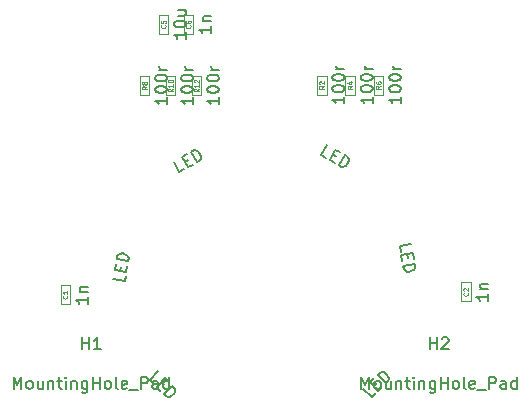
<source format=gbr>
G04 #@! TF.GenerationSoftware,KiCad,Pcbnew,7.0.2*
G04 #@! TF.CreationDate,2023-08-16T09:20:42-04:00*
G04 #@! TF.ProjectId,Foras Promineo CLR PCB,466f7261-7320-4507-926f-6d696e656f20,rev?*
G04 #@! TF.SameCoordinates,PX4c4b400PY543a756*
G04 #@! TF.FileFunction,AssemblyDrawing,Top*
%FSLAX46Y46*%
G04 Gerber Fmt 4.6, Leading zero omitted, Abs format (unit mm)*
G04 Created by KiCad (PCBNEW 7.0.2) date 2023-08-16 09:20:42*
%MOMM*%
%LPD*%
G01*
G04 APERTURE LIST*
%ADD10C,0.150000*%
%ADD11C,0.060000*%
%ADD12C,0.100000*%
G04 APERTURE END LIST*
D10*
G04 #@! TO.C,H2*
X8158571Y-8942619D02*
X8158571Y-7942619D01*
X8158571Y-7942619D02*
X8491904Y-8656904D01*
X8491904Y-8656904D02*
X8825237Y-7942619D01*
X8825237Y-7942619D02*
X8825237Y-8942619D01*
X9444285Y-8942619D02*
X9349047Y-8895000D01*
X9349047Y-8895000D02*
X9301428Y-8847380D01*
X9301428Y-8847380D02*
X9253809Y-8752142D01*
X9253809Y-8752142D02*
X9253809Y-8466428D01*
X9253809Y-8466428D02*
X9301428Y-8371190D01*
X9301428Y-8371190D02*
X9349047Y-8323571D01*
X9349047Y-8323571D02*
X9444285Y-8275952D01*
X9444285Y-8275952D02*
X9587142Y-8275952D01*
X9587142Y-8275952D02*
X9682380Y-8323571D01*
X9682380Y-8323571D02*
X9729999Y-8371190D01*
X9729999Y-8371190D02*
X9777618Y-8466428D01*
X9777618Y-8466428D02*
X9777618Y-8752142D01*
X9777618Y-8752142D02*
X9729999Y-8847380D01*
X9729999Y-8847380D02*
X9682380Y-8895000D01*
X9682380Y-8895000D02*
X9587142Y-8942619D01*
X9587142Y-8942619D02*
X9444285Y-8942619D01*
X10634761Y-8275952D02*
X10634761Y-8942619D01*
X10206190Y-8275952D02*
X10206190Y-8799761D01*
X10206190Y-8799761D02*
X10253809Y-8895000D01*
X10253809Y-8895000D02*
X10349047Y-8942619D01*
X10349047Y-8942619D02*
X10491904Y-8942619D01*
X10491904Y-8942619D02*
X10587142Y-8895000D01*
X10587142Y-8895000D02*
X10634761Y-8847380D01*
X11110952Y-8275952D02*
X11110952Y-8942619D01*
X11110952Y-8371190D02*
X11158571Y-8323571D01*
X11158571Y-8323571D02*
X11253809Y-8275952D01*
X11253809Y-8275952D02*
X11396666Y-8275952D01*
X11396666Y-8275952D02*
X11491904Y-8323571D01*
X11491904Y-8323571D02*
X11539523Y-8418809D01*
X11539523Y-8418809D02*
X11539523Y-8942619D01*
X11872857Y-8275952D02*
X12253809Y-8275952D01*
X12015714Y-7942619D02*
X12015714Y-8799761D01*
X12015714Y-8799761D02*
X12063333Y-8895000D01*
X12063333Y-8895000D02*
X12158571Y-8942619D01*
X12158571Y-8942619D02*
X12253809Y-8942619D01*
X12587143Y-8942619D02*
X12587143Y-8275952D01*
X12587143Y-7942619D02*
X12539524Y-7990238D01*
X12539524Y-7990238D02*
X12587143Y-8037857D01*
X12587143Y-8037857D02*
X12634762Y-7990238D01*
X12634762Y-7990238D02*
X12587143Y-7942619D01*
X12587143Y-7942619D02*
X12587143Y-8037857D01*
X13063333Y-8275952D02*
X13063333Y-8942619D01*
X13063333Y-8371190D02*
X13110952Y-8323571D01*
X13110952Y-8323571D02*
X13206190Y-8275952D01*
X13206190Y-8275952D02*
X13349047Y-8275952D01*
X13349047Y-8275952D02*
X13444285Y-8323571D01*
X13444285Y-8323571D02*
X13491904Y-8418809D01*
X13491904Y-8418809D02*
X13491904Y-8942619D01*
X14396666Y-8275952D02*
X14396666Y-9085476D01*
X14396666Y-9085476D02*
X14349047Y-9180714D01*
X14349047Y-9180714D02*
X14301428Y-9228333D01*
X14301428Y-9228333D02*
X14206190Y-9275952D01*
X14206190Y-9275952D02*
X14063333Y-9275952D01*
X14063333Y-9275952D02*
X13968095Y-9228333D01*
X14396666Y-8895000D02*
X14301428Y-8942619D01*
X14301428Y-8942619D02*
X14110952Y-8942619D01*
X14110952Y-8942619D02*
X14015714Y-8895000D01*
X14015714Y-8895000D02*
X13968095Y-8847380D01*
X13968095Y-8847380D02*
X13920476Y-8752142D01*
X13920476Y-8752142D02*
X13920476Y-8466428D01*
X13920476Y-8466428D02*
X13968095Y-8371190D01*
X13968095Y-8371190D02*
X14015714Y-8323571D01*
X14015714Y-8323571D02*
X14110952Y-8275952D01*
X14110952Y-8275952D02*
X14301428Y-8275952D01*
X14301428Y-8275952D02*
X14396666Y-8323571D01*
X14872857Y-8942619D02*
X14872857Y-7942619D01*
X14872857Y-8418809D02*
X15444285Y-8418809D01*
X15444285Y-8942619D02*
X15444285Y-7942619D01*
X16063333Y-8942619D02*
X15968095Y-8895000D01*
X15968095Y-8895000D02*
X15920476Y-8847380D01*
X15920476Y-8847380D02*
X15872857Y-8752142D01*
X15872857Y-8752142D02*
X15872857Y-8466428D01*
X15872857Y-8466428D02*
X15920476Y-8371190D01*
X15920476Y-8371190D02*
X15968095Y-8323571D01*
X15968095Y-8323571D02*
X16063333Y-8275952D01*
X16063333Y-8275952D02*
X16206190Y-8275952D01*
X16206190Y-8275952D02*
X16301428Y-8323571D01*
X16301428Y-8323571D02*
X16349047Y-8371190D01*
X16349047Y-8371190D02*
X16396666Y-8466428D01*
X16396666Y-8466428D02*
X16396666Y-8752142D01*
X16396666Y-8752142D02*
X16349047Y-8847380D01*
X16349047Y-8847380D02*
X16301428Y-8895000D01*
X16301428Y-8895000D02*
X16206190Y-8942619D01*
X16206190Y-8942619D02*
X16063333Y-8942619D01*
X16968095Y-8942619D02*
X16872857Y-8895000D01*
X16872857Y-8895000D02*
X16825238Y-8799761D01*
X16825238Y-8799761D02*
X16825238Y-7942619D01*
X17730000Y-8895000D02*
X17634762Y-8942619D01*
X17634762Y-8942619D02*
X17444286Y-8942619D01*
X17444286Y-8942619D02*
X17349048Y-8895000D01*
X17349048Y-8895000D02*
X17301429Y-8799761D01*
X17301429Y-8799761D02*
X17301429Y-8418809D01*
X17301429Y-8418809D02*
X17349048Y-8323571D01*
X17349048Y-8323571D02*
X17444286Y-8275952D01*
X17444286Y-8275952D02*
X17634762Y-8275952D01*
X17634762Y-8275952D02*
X17730000Y-8323571D01*
X17730000Y-8323571D02*
X17777619Y-8418809D01*
X17777619Y-8418809D02*
X17777619Y-8514047D01*
X17777619Y-8514047D02*
X17301429Y-8609285D01*
X17968096Y-9037857D02*
X18730000Y-9037857D01*
X18968096Y-8942619D02*
X18968096Y-7942619D01*
X18968096Y-7942619D02*
X19349048Y-7942619D01*
X19349048Y-7942619D02*
X19444286Y-7990238D01*
X19444286Y-7990238D02*
X19491905Y-8037857D01*
X19491905Y-8037857D02*
X19539524Y-8133095D01*
X19539524Y-8133095D02*
X19539524Y-8275952D01*
X19539524Y-8275952D02*
X19491905Y-8371190D01*
X19491905Y-8371190D02*
X19444286Y-8418809D01*
X19444286Y-8418809D02*
X19349048Y-8466428D01*
X19349048Y-8466428D02*
X18968096Y-8466428D01*
X20396667Y-8942619D02*
X20396667Y-8418809D01*
X20396667Y-8418809D02*
X20349048Y-8323571D01*
X20349048Y-8323571D02*
X20253810Y-8275952D01*
X20253810Y-8275952D02*
X20063334Y-8275952D01*
X20063334Y-8275952D02*
X19968096Y-8323571D01*
X20396667Y-8895000D02*
X20301429Y-8942619D01*
X20301429Y-8942619D02*
X20063334Y-8942619D01*
X20063334Y-8942619D02*
X19968096Y-8895000D01*
X19968096Y-8895000D02*
X19920477Y-8799761D01*
X19920477Y-8799761D02*
X19920477Y-8704523D01*
X19920477Y-8704523D02*
X19968096Y-8609285D01*
X19968096Y-8609285D02*
X20063334Y-8561666D01*
X20063334Y-8561666D02*
X20301429Y-8561666D01*
X20301429Y-8561666D02*
X20396667Y-8514047D01*
X21301429Y-8942619D02*
X21301429Y-7942619D01*
X21301429Y-8895000D02*
X21206191Y-8942619D01*
X21206191Y-8942619D02*
X21015715Y-8942619D01*
X21015715Y-8942619D02*
X20920477Y-8895000D01*
X20920477Y-8895000D02*
X20872858Y-8847380D01*
X20872858Y-8847380D02*
X20825239Y-8752142D01*
X20825239Y-8752142D02*
X20825239Y-8466428D01*
X20825239Y-8466428D02*
X20872858Y-8371190D01*
X20872858Y-8371190D02*
X20920477Y-8323571D01*
X20920477Y-8323571D02*
X21015715Y-8275952D01*
X21015715Y-8275952D02*
X21206191Y-8275952D01*
X21206191Y-8275952D02*
X21301429Y-8323571D01*
X13968095Y-5592619D02*
X13968095Y-4592619D01*
X13968095Y-5068809D02*
X14539523Y-5068809D01*
X14539523Y-5592619D02*
X14539523Y-4592619D01*
X14968095Y-4687857D02*
X15015714Y-4640238D01*
X15015714Y-4640238D02*
X15110952Y-4592619D01*
X15110952Y-4592619D02*
X15349047Y-4592619D01*
X15349047Y-4592619D02*
X15444285Y-4640238D01*
X15444285Y-4640238D02*
X15491904Y-4687857D01*
X15491904Y-4687857D02*
X15539523Y-4783095D01*
X15539523Y-4783095D02*
X15539523Y-4878333D01*
X15539523Y-4878333D02*
X15491904Y-5021190D01*
X15491904Y-5021190D02*
X14920476Y-5592619D01*
X14920476Y-5592619D02*
X15539523Y-5592619D01*
G04 #@! TO.C,H1*
X-21301429Y-8942619D02*
X-21301429Y-7942619D01*
X-21301429Y-7942619D02*
X-20968096Y-8656904D01*
X-20968096Y-8656904D02*
X-20634763Y-7942619D01*
X-20634763Y-7942619D02*
X-20634763Y-8942619D01*
X-20015715Y-8942619D02*
X-20110953Y-8895000D01*
X-20110953Y-8895000D02*
X-20158572Y-8847380D01*
X-20158572Y-8847380D02*
X-20206191Y-8752142D01*
X-20206191Y-8752142D02*
X-20206191Y-8466428D01*
X-20206191Y-8466428D02*
X-20158572Y-8371190D01*
X-20158572Y-8371190D02*
X-20110953Y-8323571D01*
X-20110953Y-8323571D02*
X-20015715Y-8275952D01*
X-20015715Y-8275952D02*
X-19872858Y-8275952D01*
X-19872858Y-8275952D02*
X-19777620Y-8323571D01*
X-19777620Y-8323571D02*
X-19730001Y-8371190D01*
X-19730001Y-8371190D02*
X-19682382Y-8466428D01*
X-19682382Y-8466428D02*
X-19682382Y-8752142D01*
X-19682382Y-8752142D02*
X-19730001Y-8847380D01*
X-19730001Y-8847380D02*
X-19777620Y-8895000D01*
X-19777620Y-8895000D02*
X-19872858Y-8942619D01*
X-19872858Y-8942619D02*
X-20015715Y-8942619D01*
X-18825239Y-8275952D02*
X-18825239Y-8942619D01*
X-19253810Y-8275952D02*
X-19253810Y-8799761D01*
X-19253810Y-8799761D02*
X-19206191Y-8895000D01*
X-19206191Y-8895000D02*
X-19110953Y-8942619D01*
X-19110953Y-8942619D02*
X-18968096Y-8942619D01*
X-18968096Y-8942619D02*
X-18872858Y-8895000D01*
X-18872858Y-8895000D02*
X-18825239Y-8847380D01*
X-18349048Y-8275952D02*
X-18349048Y-8942619D01*
X-18349048Y-8371190D02*
X-18301429Y-8323571D01*
X-18301429Y-8323571D02*
X-18206191Y-8275952D01*
X-18206191Y-8275952D02*
X-18063334Y-8275952D01*
X-18063334Y-8275952D02*
X-17968096Y-8323571D01*
X-17968096Y-8323571D02*
X-17920477Y-8418809D01*
X-17920477Y-8418809D02*
X-17920477Y-8942619D01*
X-17587143Y-8275952D02*
X-17206191Y-8275952D01*
X-17444286Y-7942619D02*
X-17444286Y-8799761D01*
X-17444286Y-8799761D02*
X-17396667Y-8895000D01*
X-17396667Y-8895000D02*
X-17301429Y-8942619D01*
X-17301429Y-8942619D02*
X-17206191Y-8942619D01*
X-16872857Y-8942619D02*
X-16872857Y-8275952D01*
X-16872857Y-7942619D02*
X-16920476Y-7990238D01*
X-16920476Y-7990238D02*
X-16872857Y-8037857D01*
X-16872857Y-8037857D02*
X-16825238Y-7990238D01*
X-16825238Y-7990238D02*
X-16872857Y-7942619D01*
X-16872857Y-7942619D02*
X-16872857Y-8037857D01*
X-16396667Y-8275952D02*
X-16396667Y-8942619D01*
X-16396667Y-8371190D02*
X-16349048Y-8323571D01*
X-16349048Y-8323571D02*
X-16253810Y-8275952D01*
X-16253810Y-8275952D02*
X-16110953Y-8275952D01*
X-16110953Y-8275952D02*
X-16015715Y-8323571D01*
X-16015715Y-8323571D02*
X-15968096Y-8418809D01*
X-15968096Y-8418809D02*
X-15968096Y-8942619D01*
X-15063334Y-8275952D02*
X-15063334Y-9085476D01*
X-15063334Y-9085476D02*
X-15110953Y-9180714D01*
X-15110953Y-9180714D02*
X-15158572Y-9228333D01*
X-15158572Y-9228333D02*
X-15253810Y-9275952D01*
X-15253810Y-9275952D02*
X-15396667Y-9275952D01*
X-15396667Y-9275952D02*
X-15491905Y-9228333D01*
X-15063334Y-8895000D02*
X-15158572Y-8942619D01*
X-15158572Y-8942619D02*
X-15349048Y-8942619D01*
X-15349048Y-8942619D02*
X-15444286Y-8895000D01*
X-15444286Y-8895000D02*
X-15491905Y-8847380D01*
X-15491905Y-8847380D02*
X-15539524Y-8752142D01*
X-15539524Y-8752142D02*
X-15539524Y-8466428D01*
X-15539524Y-8466428D02*
X-15491905Y-8371190D01*
X-15491905Y-8371190D02*
X-15444286Y-8323571D01*
X-15444286Y-8323571D02*
X-15349048Y-8275952D01*
X-15349048Y-8275952D02*
X-15158572Y-8275952D01*
X-15158572Y-8275952D02*
X-15063334Y-8323571D01*
X-14587143Y-8942619D02*
X-14587143Y-7942619D01*
X-14587143Y-8418809D02*
X-14015715Y-8418809D01*
X-14015715Y-8942619D02*
X-14015715Y-7942619D01*
X-13396667Y-8942619D02*
X-13491905Y-8895000D01*
X-13491905Y-8895000D02*
X-13539524Y-8847380D01*
X-13539524Y-8847380D02*
X-13587143Y-8752142D01*
X-13587143Y-8752142D02*
X-13587143Y-8466428D01*
X-13587143Y-8466428D02*
X-13539524Y-8371190D01*
X-13539524Y-8371190D02*
X-13491905Y-8323571D01*
X-13491905Y-8323571D02*
X-13396667Y-8275952D01*
X-13396667Y-8275952D02*
X-13253810Y-8275952D01*
X-13253810Y-8275952D02*
X-13158572Y-8323571D01*
X-13158572Y-8323571D02*
X-13110953Y-8371190D01*
X-13110953Y-8371190D02*
X-13063334Y-8466428D01*
X-13063334Y-8466428D02*
X-13063334Y-8752142D01*
X-13063334Y-8752142D02*
X-13110953Y-8847380D01*
X-13110953Y-8847380D02*
X-13158572Y-8895000D01*
X-13158572Y-8895000D02*
X-13253810Y-8942619D01*
X-13253810Y-8942619D02*
X-13396667Y-8942619D01*
X-12491905Y-8942619D02*
X-12587143Y-8895000D01*
X-12587143Y-8895000D02*
X-12634762Y-8799761D01*
X-12634762Y-8799761D02*
X-12634762Y-7942619D01*
X-11730000Y-8895000D02*
X-11825238Y-8942619D01*
X-11825238Y-8942619D02*
X-12015714Y-8942619D01*
X-12015714Y-8942619D02*
X-12110952Y-8895000D01*
X-12110952Y-8895000D02*
X-12158571Y-8799761D01*
X-12158571Y-8799761D02*
X-12158571Y-8418809D01*
X-12158571Y-8418809D02*
X-12110952Y-8323571D01*
X-12110952Y-8323571D02*
X-12015714Y-8275952D01*
X-12015714Y-8275952D02*
X-11825238Y-8275952D01*
X-11825238Y-8275952D02*
X-11730000Y-8323571D01*
X-11730000Y-8323571D02*
X-11682381Y-8418809D01*
X-11682381Y-8418809D02*
X-11682381Y-8514047D01*
X-11682381Y-8514047D02*
X-12158571Y-8609285D01*
X-11491904Y-9037857D02*
X-10730000Y-9037857D01*
X-10491904Y-8942619D02*
X-10491904Y-7942619D01*
X-10491904Y-7942619D02*
X-10110952Y-7942619D01*
X-10110952Y-7942619D02*
X-10015714Y-7990238D01*
X-10015714Y-7990238D02*
X-9968095Y-8037857D01*
X-9968095Y-8037857D02*
X-9920476Y-8133095D01*
X-9920476Y-8133095D02*
X-9920476Y-8275952D01*
X-9920476Y-8275952D02*
X-9968095Y-8371190D01*
X-9968095Y-8371190D02*
X-10015714Y-8418809D01*
X-10015714Y-8418809D02*
X-10110952Y-8466428D01*
X-10110952Y-8466428D02*
X-10491904Y-8466428D01*
X-9063333Y-8942619D02*
X-9063333Y-8418809D01*
X-9063333Y-8418809D02*
X-9110952Y-8323571D01*
X-9110952Y-8323571D02*
X-9206190Y-8275952D01*
X-9206190Y-8275952D02*
X-9396666Y-8275952D01*
X-9396666Y-8275952D02*
X-9491904Y-8323571D01*
X-9063333Y-8895000D02*
X-9158571Y-8942619D01*
X-9158571Y-8942619D02*
X-9396666Y-8942619D01*
X-9396666Y-8942619D02*
X-9491904Y-8895000D01*
X-9491904Y-8895000D02*
X-9539523Y-8799761D01*
X-9539523Y-8799761D02*
X-9539523Y-8704523D01*
X-9539523Y-8704523D02*
X-9491904Y-8609285D01*
X-9491904Y-8609285D02*
X-9396666Y-8561666D01*
X-9396666Y-8561666D02*
X-9158571Y-8561666D01*
X-9158571Y-8561666D02*
X-9063333Y-8514047D01*
X-8158571Y-8942619D02*
X-8158571Y-7942619D01*
X-8158571Y-8895000D02*
X-8253809Y-8942619D01*
X-8253809Y-8942619D02*
X-8444285Y-8942619D01*
X-8444285Y-8942619D02*
X-8539523Y-8895000D01*
X-8539523Y-8895000D02*
X-8587142Y-8847380D01*
X-8587142Y-8847380D02*
X-8634761Y-8752142D01*
X-8634761Y-8752142D02*
X-8634761Y-8466428D01*
X-8634761Y-8466428D02*
X-8587142Y-8371190D01*
X-8587142Y-8371190D02*
X-8539523Y-8323571D01*
X-8539523Y-8323571D02*
X-8444285Y-8275952D01*
X-8444285Y-8275952D02*
X-8253809Y-8275952D01*
X-8253809Y-8275952D02*
X-8158571Y-8323571D01*
X-15491905Y-5592619D02*
X-15491905Y-4592619D01*
X-15491905Y-5068809D02*
X-14920477Y-5068809D01*
X-14920477Y-5592619D02*
X-14920477Y-4592619D01*
X-13920477Y-5592619D02*
X-14491905Y-5592619D01*
X-14206191Y-5592619D02*
X-14206191Y-4592619D01*
X-14206191Y-4592619D02*
X-14301429Y-4735476D01*
X-14301429Y-4735476D02*
X-14396667Y-4830714D01*
X-14396667Y-4830714D02*
X-14491905Y-4878333D01*
G04 #@! TO.C,D2*
X11476880Y2676703D02*
X11394190Y3145659D01*
X11394190Y3145659D02*
X12378998Y3319308D01*
X12050614Y2439393D02*
X12108497Y2111123D01*
X11617452Y1879478D02*
X11534762Y2348434D01*
X11534762Y2348434D02*
X12519570Y2522082D01*
X12519570Y2522082D02*
X12602260Y2053126D01*
X11691873Y1457417D02*
X12676680Y1631065D01*
X12676680Y1631065D02*
X12718025Y1396587D01*
X12718025Y1396587D02*
X12695937Y1247632D01*
X12695937Y1247632D02*
X12618683Y1137303D01*
X12618683Y1137303D02*
X12533161Y1073869D01*
X12533161Y1073869D02*
X12353848Y993898D01*
X12353848Y993898D02*
X12213161Y969091D01*
X12213161Y969091D02*
X12017309Y982910D01*
X12017309Y982910D02*
X11915249Y1013268D01*
X11915249Y1013268D02*
X11804920Y1090521D01*
X11804920Y1090521D02*
X11733218Y1222939D01*
X11733218Y1222939D02*
X11691873Y1457417D01*
G04 #@! TO.C,D3*
X9352471Y-9336778D02*
X9015753Y-9673496D01*
X9015753Y-9673496D02*
X8308647Y-8966389D01*
X9217784Y-8730687D02*
X9453486Y-8494984D01*
X9924891Y-8764358D02*
X9588173Y-9101076D01*
X9588173Y-9101076D02*
X8881066Y-8393969D01*
X8881066Y-8393969D02*
X9217784Y-8057252D01*
X10227937Y-8461313D02*
X9520830Y-7754206D01*
X9520830Y-7754206D02*
X9689189Y-7585847D01*
X9689189Y-7585847D02*
X9823876Y-7518504D01*
X9823876Y-7518504D02*
X9958563Y-7518504D01*
X9958563Y-7518504D02*
X10059578Y-7552175D01*
X10059578Y-7552175D02*
X10227937Y-7653191D01*
X10227937Y-7653191D02*
X10328952Y-7754206D01*
X10328952Y-7754206D02*
X10429967Y-7922565D01*
X10429967Y-7922565D02*
X10463639Y-8023580D01*
X10463639Y-8023580D02*
X10463639Y-8158267D01*
X10463639Y-8158267D02*
X10396295Y-8292954D01*
X10396295Y-8292954D02*
X10227937Y-8461313D01*
G04 #@! TO.C,D1*
X5168744Y10591022D02*
X4752836Y10822922D01*
X4752836Y10822922D02*
X5239827Y11696329D01*
X5714970Y10886190D02*
X6006106Y10723860D01*
X5875788Y10196791D02*
X5459880Y10428691D01*
X5459880Y10428691D02*
X5946871Y11302098D01*
X5946871Y11302098D02*
X6362779Y11070198D01*
X6250105Y9988080D02*
X6737096Y10861487D01*
X6737096Y10861487D02*
X6945050Y10745537D01*
X6945050Y10745537D02*
X7046633Y10634376D01*
X7046633Y10634376D02*
X7083434Y10504814D01*
X7083434Y10504814D02*
X7078645Y10398443D01*
X7078645Y10398443D02*
X7027476Y10208889D01*
X7027476Y10208889D02*
X6957906Y10084117D01*
X6957906Y10084117D02*
X6823555Y9940944D01*
X6823555Y9940944D02*
X6735584Y9880952D01*
X6735584Y9880952D02*
X6606022Y9844151D01*
X6606022Y9844151D02*
X6458059Y9872130D01*
X6458059Y9872130D02*
X6250105Y9988080D01*
G04 #@! TO.C,D5*
X-11811143Y639522D02*
X-11893832Y170566D01*
X-11893832Y170566D02*
X-12878640Y344214D01*
X-12269112Y1058750D02*
X-12211229Y1387019D01*
X-11670570Y1436747D02*
X-11753260Y967791D01*
X-11753260Y967791D02*
X-12738068Y1141439D01*
X-12738068Y1141439D02*
X-12655378Y1610395D01*
X-11596150Y1858808D02*
X-12580957Y2032456D01*
X-12580957Y2032456D02*
X-12539613Y2266934D01*
X-12539613Y2266934D02*
X-12467910Y2399352D01*
X-12467910Y2399352D02*
X-12357581Y2476605D01*
X-12357581Y2476605D02*
X-12255521Y2506963D01*
X-12255521Y2506963D02*
X-12059669Y2520783D01*
X-12059669Y2520783D02*
X-11918983Y2495976D01*
X-11918983Y2495976D02*
X-11739669Y2416004D01*
X-11739669Y2416004D02*
X-11654147Y2352571D01*
X-11654147Y2352571D02*
X-11576894Y2242242D01*
X-11576894Y2242242D02*
X-11554805Y2093286D01*
X-11554805Y2093286D02*
X-11596150Y1858808D01*
G04 #@! TO.C,D6*
X-6840422Y9627935D02*
X-7252815Y9389840D01*
X-7252815Y9389840D02*
X-7752815Y10255865D01*
X-6813651Y10248234D02*
X-6524976Y10414901D01*
X-6139353Y10032697D02*
X-6551746Y9794602D01*
X-6551746Y9794602D02*
X-7051746Y10660627D01*
X-7051746Y10660627D02*
X-6639353Y10898722D01*
X-5768200Y10246983D02*
X-6268200Y11113008D01*
X-6268200Y11113008D02*
X-6062003Y11232056D01*
X-6062003Y11232056D02*
X-5914476Y11262245D01*
X-5914476Y11262245D02*
X-5784378Y11227385D01*
X-5784378Y11227385D02*
X-5695520Y11168716D01*
X-5695520Y11168716D02*
X-5559042Y11027569D01*
X-5559042Y11027569D02*
X-5487614Y10903851D01*
X-5487614Y10903851D02*
X-5433615Y10715084D01*
X-5433615Y10715084D02*
X-5427235Y10608796D01*
X-5427235Y10608796D02*
X-5462095Y10478698D01*
X-5462095Y10478698D02*
X-5562003Y10366030D01*
X-5562003Y10366030D02*
X-5768200Y10246983D01*
G04 #@! TO.C,D4*
X-9429771Y-8520803D02*
X-9766489Y-8184085D01*
X-9766489Y-8184085D02*
X-9059382Y-7476979D01*
X-8823680Y-8386116D02*
X-8587977Y-8621818D01*
X-8857351Y-9093223D02*
X-9194069Y-8756505D01*
X-9194069Y-8756505D02*
X-8486962Y-8049398D01*
X-8486962Y-8049398D02*
X-8150245Y-8386116D01*
X-8554306Y-9396269D02*
X-7847199Y-8689162D01*
X-7847199Y-8689162D02*
X-7678840Y-8857521D01*
X-7678840Y-8857521D02*
X-7611497Y-8992208D01*
X-7611497Y-8992208D02*
X-7611497Y-9126895D01*
X-7611497Y-9126895D02*
X-7645168Y-9227910D01*
X-7645168Y-9227910D02*
X-7746184Y-9396269D01*
X-7746184Y-9396269D02*
X-7847199Y-9497284D01*
X-7847199Y-9497284D02*
X-8015558Y-9598299D01*
X-8015558Y-9598299D02*
X-8116573Y-9631971D01*
X-8116573Y-9631971D02*
X-8251260Y-9631971D01*
X-8251260Y-9631971D02*
X-8385947Y-9564627D01*
X-8385947Y-9564627D02*
X-8554306Y-9396269D01*
G04 #@! TO.C,C1*
X-15027381Y-1156666D02*
X-15027381Y-1728094D01*
X-15027381Y-1442380D02*
X-16027381Y-1442380D01*
X-16027381Y-1442380D02*
X-15884524Y-1537618D01*
X-15884524Y-1537618D02*
X-15789286Y-1632856D01*
X-15789286Y-1632856D02*
X-15741667Y-1728094D01*
X-15694048Y-728094D02*
X-15027381Y-728094D01*
X-15598810Y-728094D02*
X-15646429Y-680475D01*
X-15646429Y-680475D02*
X-15694048Y-585237D01*
X-15694048Y-585237D02*
X-15694048Y-442380D01*
X-15694048Y-442380D02*
X-15646429Y-347142D01*
X-15646429Y-347142D02*
X-15551191Y-299523D01*
X-15551191Y-299523D02*
X-15027381Y-299523D01*
D11*
X-16773048Y-1056666D02*
X-16754000Y-1075714D01*
X-16754000Y-1075714D02*
X-16734953Y-1132856D01*
X-16734953Y-1132856D02*
X-16734953Y-1170952D01*
X-16734953Y-1170952D02*
X-16754000Y-1228095D01*
X-16754000Y-1228095D02*
X-16792096Y-1266190D01*
X-16792096Y-1266190D02*
X-16830191Y-1285237D01*
X-16830191Y-1285237D02*
X-16906381Y-1304285D01*
X-16906381Y-1304285D02*
X-16963524Y-1304285D01*
X-16963524Y-1304285D02*
X-17039715Y-1285237D01*
X-17039715Y-1285237D02*
X-17077810Y-1266190D01*
X-17077810Y-1266190D02*
X-17115905Y-1228095D01*
X-17115905Y-1228095D02*
X-17134953Y-1170952D01*
X-17134953Y-1170952D02*
X-17134953Y-1132856D01*
X-17134953Y-1132856D02*
X-17115905Y-1075714D01*
X-17115905Y-1075714D02*
X-17096858Y-1056666D01*
X-16734953Y-675714D02*
X-16734953Y-904285D01*
X-16734953Y-789999D02*
X-17134953Y-789999D01*
X-17134953Y-789999D02*
X-17077810Y-828095D01*
X-17077810Y-828095D02*
X-17039715Y-866190D01*
X-17039715Y-866190D02*
X-17020667Y-904285D01*
D10*
G04 #@! TO.C,C2*
X18887619Y-901666D02*
X18887619Y-1473094D01*
X18887619Y-1187380D02*
X17887619Y-1187380D01*
X17887619Y-1187380D02*
X18030476Y-1282618D01*
X18030476Y-1282618D02*
X18125714Y-1377856D01*
X18125714Y-1377856D02*
X18173333Y-1473094D01*
X18220952Y-473094D02*
X18887619Y-473094D01*
X18316190Y-473094D02*
X18268571Y-425475D01*
X18268571Y-425475D02*
X18220952Y-330237D01*
X18220952Y-330237D02*
X18220952Y-187380D01*
X18220952Y-187380D02*
X18268571Y-92142D01*
X18268571Y-92142D02*
X18363809Y-44523D01*
X18363809Y-44523D02*
X18887619Y-44523D01*
D11*
X17141952Y-801666D02*
X17161000Y-820714D01*
X17161000Y-820714D02*
X17180047Y-877856D01*
X17180047Y-877856D02*
X17180047Y-915952D01*
X17180047Y-915952D02*
X17161000Y-973095D01*
X17161000Y-973095D02*
X17122904Y-1011190D01*
X17122904Y-1011190D02*
X17084809Y-1030237D01*
X17084809Y-1030237D02*
X17008619Y-1049285D01*
X17008619Y-1049285D02*
X16951476Y-1049285D01*
X16951476Y-1049285D02*
X16875285Y-1030237D01*
X16875285Y-1030237D02*
X16837190Y-1011190D01*
X16837190Y-1011190D02*
X16799095Y-973095D01*
X16799095Y-973095D02*
X16780047Y-915952D01*
X16780047Y-915952D02*
X16780047Y-877856D01*
X16780047Y-877856D02*
X16799095Y-820714D01*
X16799095Y-820714D02*
X16818142Y-801666D01*
X16818142Y-649285D02*
X16799095Y-630237D01*
X16799095Y-630237D02*
X16780047Y-592142D01*
X16780047Y-592142D02*
X16780047Y-496904D01*
X16780047Y-496904D02*
X16799095Y-458809D01*
X16799095Y-458809D02*
X16818142Y-439761D01*
X16818142Y-439761D02*
X16856238Y-420714D01*
X16856238Y-420714D02*
X16894333Y-420714D01*
X16894333Y-420714D02*
X16951476Y-439761D01*
X16951476Y-439761D02*
X17180047Y-668333D01*
X17180047Y-668333D02*
X17180047Y-420714D01*
D10*
G04 #@! TO.C,R2*
X6692619Y15793640D02*
X6692619Y15222212D01*
X6692619Y15507926D02*
X5692619Y15507926D01*
X5692619Y15507926D02*
X5835476Y15412688D01*
X5835476Y15412688D02*
X5930714Y15317450D01*
X5930714Y15317450D02*
X5978333Y15222212D01*
X5692619Y16412688D02*
X5692619Y16507926D01*
X5692619Y16507926D02*
X5740238Y16603164D01*
X5740238Y16603164D02*
X5787857Y16650783D01*
X5787857Y16650783D02*
X5883095Y16698402D01*
X5883095Y16698402D02*
X6073571Y16746021D01*
X6073571Y16746021D02*
X6311666Y16746021D01*
X6311666Y16746021D02*
X6502142Y16698402D01*
X6502142Y16698402D02*
X6597380Y16650783D01*
X6597380Y16650783D02*
X6645000Y16603164D01*
X6645000Y16603164D02*
X6692619Y16507926D01*
X6692619Y16507926D02*
X6692619Y16412688D01*
X6692619Y16412688D02*
X6645000Y16317450D01*
X6645000Y16317450D02*
X6597380Y16269831D01*
X6597380Y16269831D02*
X6502142Y16222212D01*
X6502142Y16222212D02*
X6311666Y16174593D01*
X6311666Y16174593D02*
X6073571Y16174593D01*
X6073571Y16174593D02*
X5883095Y16222212D01*
X5883095Y16222212D02*
X5787857Y16269831D01*
X5787857Y16269831D02*
X5740238Y16317450D01*
X5740238Y16317450D02*
X5692619Y16412688D01*
X5692619Y17365069D02*
X5692619Y17460307D01*
X5692619Y17460307D02*
X5740238Y17555545D01*
X5740238Y17555545D02*
X5787857Y17603164D01*
X5787857Y17603164D02*
X5883095Y17650783D01*
X5883095Y17650783D02*
X6073571Y17698402D01*
X6073571Y17698402D02*
X6311666Y17698402D01*
X6311666Y17698402D02*
X6502142Y17650783D01*
X6502142Y17650783D02*
X6597380Y17603164D01*
X6597380Y17603164D02*
X6645000Y17555545D01*
X6645000Y17555545D02*
X6692619Y17460307D01*
X6692619Y17460307D02*
X6692619Y17365069D01*
X6692619Y17365069D02*
X6645000Y17269831D01*
X6645000Y17269831D02*
X6597380Y17222212D01*
X6597380Y17222212D02*
X6502142Y17174593D01*
X6502142Y17174593D02*
X6311666Y17126974D01*
X6311666Y17126974D02*
X6073571Y17126974D01*
X6073571Y17126974D02*
X5883095Y17174593D01*
X5883095Y17174593D02*
X5787857Y17222212D01*
X5787857Y17222212D02*
X5740238Y17269831D01*
X5740238Y17269831D02*
X5692619Y17365069D01*
X6692619Y18126974D02*
X6025952Y18126974D01*
X6216428Y18126974D02*
X6121190Y18174593D01*
X6121190Y18174593D02*
X6073571Y18222212D01*
X6073571Y18222212D02*
X6025952Y18317450D01*
X6025952Y18317450D02*
X6025952Y18412688D01*
D11*
X4985047Y16703164D02*
X4794571Y16569831D01*
X4985047Y16474593D02*
X4585047Y16474593D01*
X4585047Y16474593D02*
X4585047Y16626974D01*
X4585047Y16626974D02*
X4604095Y16665069D01*
X4604095Y16665069D02*
X4623142Y16684116D01*
X4623142Y16684116D02*
X4661238Y16703164D01*
X4661238Y16703164D02*
X4718380Y16703164D01*
X4718380Y16703164D02*
X4756476Y16684116D01*
X4756476Y16684116D02*
X4775523Y16665069D01*
X4775523Y16665069D02*
X4794571Y16626974D01*
X4794571Y16626974D02*
X4794571Y16474593D01*
X4623142Y16855545D02*
X4604095Y16874593D01*
X4604095Y16874593D02*
X4585047Y16912688D01*
X4585047Y16912688D02*
X4585047Y17007926D01*
X4585047Y17007926D02*
X4604095Y17046021D01*
X4604095Y17046021D02*
X4623142Y17065069D01*
X4623142Y17065069D02*
X4661238Y17084116D01*
X4661238Y17084116D02*
X4699333Y17084116D01*
X4699333Y17084116D02*
X4756476Y17065069D01*
X4756476Y17065069D02*
X4985047Y16836497D01*
X4985047Y16836497D02*
X4985047Y17084116D01*
D10*
G04 #@! TO.C,R4*
X9092619Y15793640D02*
X9092619Y15222212D01*
X9092619Y15507926D02*
X8092619Y15507926D01*
X8092619Y15507926D02*
X8235476Y15412688D01*
X8235476Y15412688D02*
X8330714Y15317450D01*
X8330714Y15317450D02*
X8378333Y15222212D01*
X8092619Y16412688D02*
X8092619Y16507926D01*
X8092619Y16507926D02*
X8140238Y16603164D01*
X8140238Y16603164D02*
X8187857Y16650783D01*
X8187857Y16650783D02*
X8283095Y16698402D01*
X8283095Y16698402D02*
X8473571Y16746021D01*
X8473571Y16746021D02*
X8711666Y16746021D01*
X8711666Y16746021D02*
X8902142Y16698402D01*
X8902142Y16698402D02*
X8997380Y16650783D01*
X8997380Y16650783D02*
X9045000Y16603164D01*
X9045000Y16603164D02*
X9092619Y16507926D01*
X9092619Y16507926D02*
X9092619Y16412688D01*
X9092619Y16412688D02*
X9045000Y16317450D01*
X9045000Y16317450D02*
X8997380Y16269831D01*
X8997380Y16269831D02*
X8902142Y16222212D01*
X8902142Y16222212D02*
X8711666Y16174593D01*
X8711666Y16174593D02*
X8473571Y16174593D01*
X8473571Y16174593D02*
X8283095Y16222212D01*
X8283095Y16222212D02*
X8187857Y16269831D01*
X8187857Y16269831D02*
X8140238Y16317450D01*
X8140238Y16317450D02*
X8092619Y16412688D01*
X8092619Y17365069D02*
X8092619Y17460307D01*
X8092619Y17460307D02*
X8140238Y17555545D01*
X8140238Y17555545D02*
X8187857Y17603164D01*
X8187857Y17603164D02*
X8283095Y17650783D01*
X8283095Y17650783D02*
X8473571Y17698402D01*
X8473571Y17698402D02*
X8711666Y17698402D01*
X8711666Y17698402D02*
X8902142Y17650783D01*
X8902142Y17650783D02*
X8997380Y17603164D01*
X8997380Y17603164D02*
X9045000Y17555545D01*
X9045000Y17555545D02*
X9092619Y17460307D01*
X9092619Y17460307D02*
X9092619Y17365069D01*
X9092619Y17365069D02*
X9045000Y17269831D01*
X9045000Y17269831D02*
X8997380Y17222212D01*
X8997380Y17222212D02*
X8902142Y17174593D01*
X8902142Y17174593D02*
X8711666Y17126974D01*
X8711666Y17126974D02*
X8473571Y17126974D01*
X8473571Y17126974D02*
X8283095Y17174593D01*
X8283095Y17174593D02*
X8187857Y17222212D01*
X8187857Y17222212D02*
X8140238Y17269831D01*
X8140238Y17269831D02*
X8092619Y17365069D01*
X9092619Y18126974D02*
X8425952Y18126974D01*
X8616428Y18126974D02*
X8521190Y18174593D01*
X8521190Y18174593D02*
X8473571Y18222212D01*
X8473571Y18222212D02*
X8425952Y18317450D01*
X8425952Y18317450D02*
X8425952Y18412688D01*
D11*
X7385047Y16703164D02*
X7194571Y16569831D01*
X7385047Y16474593D02*
X6985047Y16474593D01*
X6985047Y16474593D02*
X6985047Y16626974D01*
X6985047Y16626974D02*
X7004095Y16665069D01*
X7004095Y16665069D02*
X7023142Y16684116D01*
X7023142Y16684116D02*
X7061238Y16703164D01*
X7061238Y16703164D02*
X7118380Y16703164D01*
X7118380Y16703164D02*
X7156476Y16684116D01*
X7156476Y16684116D02*
X7175523Y16665069D01*
X7175523Y16665069D02*
X7194571Y16626974D01*
X7194571Y16626974D02*
X7194571Y16474593D01*
X7118380Y17046021D02*
X7385047Y17046021D01*
X6966000Y16950783D02*
X7251714Y16855545D01*
X7251714Y16855545D02*
X7251714Y17103164D01*
D10*
G04 #@! TO.C,R6*
X11492619Y15793640D02*
X11492619Y15222212D01*
X11492619Y15507926D02*
X10492619Y15507926D01*
X10492619Y15507926D02*
X10635476Y15412688D01*
X10635476Y15412688D02*
X10730714Y15317450D01*
X10730714Y15317450D02*
X10778333Y15222212D01*
X10492619Y16412688D02*
X10492619Y16507926D01*
X10492619Y16507926D02*
X10540238Y16603164D01*
X10540238Y16603164D02*
X10587857Y16650783D01*
X10587857Y16650783D02*
X10683095Y16698402D01*
X10683095Y16698402D02*
X10873571Y16746021D01*
X10873571Y16746021D02*
X11111666Y16746021D01*
X11111666Y16746021D02*
X11302142Y16698402D01*
X11302142Y16698402D02*
X11397380Y16650783D01*
X11397380Y16650783D02*
X11445000Y16603164D01*
X11445000Y16603164D02*
X11492619Y16507926D01*
X11492619Y16507926D02*
X11492619Y16412688D01*
X11492619Y16412688D02*
X11445000Y16317450D01*
X11445000Y16317450D02*
X11397380Y16269831D01*
X11397380Y16269831D02*
X11302142Y16222212D01*
X11302142Y16222212D02*
X11111666Y16174593D01*
X11111666Y16174593D02*
X10873571Y16174593D01*
X10873571Y16174593D02*
X10683095Y16222212D01*
X10683095Y16222212D02*
X10587857Y16269831D01*
X10587857Y16269831D02*
X10540238Y16317450D01*
X10540238Y16317450D02*
X10492619Y16412688D01*
X10492619Y17365069D02*
X10492619Y17460307D01*
X10492619Y17460307D02*
X10540238Y17555545D01*
X10540238Y17555545D02*
X10587857Y17603164D01*
X10587857Y17603164D02*
X10683095Y17650783D01*
X10683095Y17650783D02*
X10873571Y17698402D01*
X10873571Y17698402D02*
X11111666Y17698402D01*
X11111666Y17698402D02*
X11302142Y17650783D01*
X11302142Y17650783D02*
X11397380Y17603164D01*
X11397380Y17603164D02*
X11445000Y17555545D01*
X11445000Y17555545D02*
X11492619Y17460307D01*
X11492619Y17460307D02*
X11492619Y17365069D01*
X11492619Y17365069D02*
X11445000Y17269831D01*
X11445000Y17269831D02*
X11397380Y17222212D01*
X11397380Y17222212D02*
X11302142Y17174593D01*
X11302142Y17174593D02*
X11111666Y17126974D01*
X11111666Y17126974D02*
X10873571Y17126974D01*
X10873571Y17126974D02*
X10683095Y17174593D01*
X10683095Y17174593D02*
X10587857Y17222212D01*
X10587857Y17222212D02*
X10540238Y17269831D01*
X10540238Y17269831D02*
X10492619Y17365069D01*
X11492619Y18126974D02*
X10825952Y18126974D01*
X11016428Y18126974D02*
X10921190Y18174593D01*
X10921190Y18174593D02*
X10873571Y18222212D01*
X10873571Y18222212D02*
X10825952Y18317450D01*
X10825952Y18317450D02*
X10825952Y18412688D01*
D11*
X9785047Y16703164D02*
X9594571Y16569831D01*
X9785047Y16474593D02*
X9385047Y16474593D01*
X9385047Y16474593D02*
X9385047Y16626974D01*
X9385047Y16626974D02*
X9404095Y16665069D01*
X9404095Y16665069D02*
X9423142Y16684116D01*
X9423142Y16684116D02*
X9461238Y16703164D01*
X9461238Y16703164D02*
X9518380Y16703164D01*
X9518380Y16703164D02*
X9556476Y16684116D01*
X9556476Y16684116D02*
X9575523Y16665069D01*
X9575523Y16665069D02*
X9594571Y16626974D01*
X9594571Y16626974D02*
X9594571Y16474593D01*
X9385047Y17046021D02*
X9385047Y16969831D01*
X9385047Y16969831D02*
X9404095Y16931735D01*
X9404095Y16931735D02*
X9423142Y16912688D01*
X9423142Y16912688D02*
X9480285Y16874593D01*
X9480285Y16874593D02*
X9556476Y16855545D01*
X9556476Y16855545D02*
X9708857Y16855545D01*
X9708857Y16855545D02*
X9746952Y16874593D01*
X9746952Y16874593D02*
X9766000Y16893640D01*
X9766000Y16893640D02*
X9785047Y16931735D01*
X9785047Y16931735D02*
X9785047Y17007926D01*
X9785047Y17007926D02*
X9766000Y17046021D01*
X9766000Y17046021D02*
X9746952Y17065069D01*
X9746952Y17065069D02*
X9708857Y17084116D01*
X9708857Y17084116D02*
X9613619Y17084116D01*
X9613619Y17084116D02*
X9575523Y17065069D01*
X9575523Y17065069D02*
X9556476Y17046021D01*
X9556476Y17046021D02*
X9537428Y17007926D01*
X9537428Y17007926D02*
X9537428Y16931735D01*
X9537428Y16931735D02*
X9556476Y16893640D01*
X9556476Y16893640D02*
X9575523Y16874593D01*
X9575523Y16874593D02*
X9613619Y16855545D01*
D10*
G04 #@! TO.C,R8*
X-8307381Y15743640D02*
X-8307381Y15172212D01*
X-8307381Y15457926D02*
X-9307381Y15457926D01*
X-9307381Y15457926D02*
X-9164524Y15362688D01*
X-9164524Y15362688D02*
X-9069286Y15267450D01*
X-9069286Y15267450D02*
X-9021667Y15172212D01*
X-9307381Y16362688D02*
X-9307381Y16457926D01*
X-9307381Y16457926D02*
X-9259762Y16553164D01*
X-9259762Y16553164D02*
X-9212143Y16600783D01*
X-9212143Y16600783D02*
X-9116905Y16648402D01*
X-9116905Y16648402D02*
X-8926429Y16696021D01*
X-8926429Y16696021D02*
X-8688334Y16696021D01*
X-8688334Y16696021D02*
X-8497858Y16648402D01*
X-8497858Y16648402D02*
X-8402620Y16600783D01*
X-8402620Y16600783D02*
X-8355000Y16553164D01*
X-8355000Y16553164D02*
X-8307381Y16457926D01*
X-8307381Y16457926D02*
X-8307381Y16362688D01*
X-8307381Y16362688D02*
X-8355000Y16267450D01*
X-8355000Y16267450D02*
X-8402620Y16219831D01*
X-8402620Y16219831D02*
X-8497858Y16172212D01*
X-8497858Y16172212D02*
X-8688334Y16124593D01*
X-8688334Y16124593D02*
X-8926429Y16124593D01*
X-8926429Y16124593D02*
X-9116905Y16172212D01*
X-9116905Y16172212D02*
X-9212143Y16219831D01*
X-9212143Y16219831D02*
X-9259762Y16267450D01*
X-9259762Y16267450D02*
X-9307381Y16362688D01*
X-9307381Y17315069D02*
X-9307381Y17410307D01*
X-9307381Y17410307D02*
X-9259762Y17505545D01*
X-9259762Y17505545D02*
X-9212143Y17553164D01*
X-9212143Y17553164D02*
X-9116905Y17600783D01*
X-9116905Y17600783D02*
X-8926429Y17648402D01*
X-8926429Y17648402D02*
X-8688334Y17648402D01*
X-8688334Y17648402D02*
X-8497858Y17600783D01*
X-8497858Y17600783D02*
X-8402620Y17553164D01*
X-8402620Y17553164D02*
X-8355000Y17505545D01*
X-8355000Y17505545D02*
X-8307381Y17410307D01*
X-8307381Y17410307D02*
X-8307381Y17315069D01*
X-8307381Y17315069D02*
X-8355000Y17219831D01*
X-8355000Y17219831D02*
X-8402620Y17172212D01*
X-8402620Y17172212D02*
X-8497858Y17124593D01*
X-8497858Y17124593D02*
X-8688334Y17076974D01*
X-8688334Y17076974D02*
X-8926429Y17076974D01*
X-8926429Y17076974D02*
X-9116905Y17124593D01*
X-9116905Y17124593D02*
X-9212143Y17172212D01*
X-9212143Y17172212D02*
X-9259762Y17219831D01*
X-9259762Y17219831D02*
X-9307381Y17315069D01*
X-8307381Y18076974D02*
X-8974048Y18076974D01*
X-8783572Y18076974D02*
X-8878810Y18124593D01*
X-8878810Y18124593D02*
X-8926429Y18172212D01*
X-8926429Y18172212D02*
X-8974048Y18267450D01*
X-8974048Y18267450D02*
X-8974048Y18362688D01*
D11*
X-10014953Y16653164D02*
X-10205429Y16519831D01*
X-10014953Y16424593D02*
X-10414953Y16424593D01*
X-10414953Y16424593D02*
X-10414953Y16576974D01*
X-10414953Y16576974D02*
X-10395905Y16615069D01*
X-10395905Y16615069D02*
X-10376858Y16634116D01*
X-10376858Y16634116D02*
X-10338762Y16653164D01*
X-10338762Y16653164D02*
X-10281620Y16653164D01*
X-10281620Y16653164D02*
X-10243524Y16634116D01*
X-10243524Y16634116D02*
X-10224477Y16615069D01*
X-10224477Y16615069D02*
X-10205429Y16576974D01*
X-10205429Y16576974D02*
X-10205429Y16424593D01*
X-10243524Y16881735D02*
X-10262572Y16843640D01*
X-10262572Y16843640D02*
X-10281620Y16824593D01*
X-10281620Y16824593D02*
X-10319715Y16805545D01*
X-10319715Y16805545D02*
X-10338762Y16805545D01*
X-10338762Y16805545D02*
X-10376858Y16824593D01*
X-10376858Y16824593D02*
X-10395905Y16843640D01*
X-10395905Y16843640D02*
X-10414953Y16881735D01*
X-10414953Y16881735D02*
X-10414953Y16957926D01*
X-10414953Y16957926D02*
X-10395905Y16996021D01*
X-10395905Y16996021D02*
X-10376858Y17015069D01*
X-10376858Y17015069D02*
X-10338762Y17034116D01*
X-10338762Y17034116D02*
X-10319715Y17034116D01*
X-10319715Y17034116D02*
X-10281620Y17015069D01*
X-10281620Y17015069D02*
X-10262572Y16996021D01*
X-10262572Y16996021D02*
X-10243524Y16957926D01*
X-10243524Y16957926D02*
X-10243524Y16881735D01*
X-10243524Y16881735D02*
X-10224477Y16843640D01*
X-10224477Y16843640D02*
X-10205429Y16824593D01*
X-10205429Y16824593D02*
X-10167334Y16805545D01*
X-10167334Y16805545D02*
X-10091143Y16805545D01*
X-10091143Y16805545D02*
X-10053048Y16824593D01*
X-10053048Y16824593D02*
X-10034000Y16843640D01*
X-10034000Y16843640D02*
X-10014953Y16881735D01*
X-10014953Y16881735D02*
X-10014953Y16957926D01*
X-10014953Y16957926D02*
X-10034000Y16996021D01*
X-10034000Y16996021D02*
X-10053048Y17015069D01*
X-10053048Y17015069D02*
X-10091143Y17034116D01*
X-10091143Y17034116D02*
X-10167334Y17034116D01*
X-10167334Y17034116D02*
X-10205429Y17015069D01*
X-10205429Y17015069D02*
X-10224477Y16996021D01*
X-10224477Y16996021D02*
X-10243524Y16957926D01*
D10*
G04 #@! TO.C,R10*
X-6107381Y15743640D02*
X-6107381Y15172212D01*
X-6107381Y15457926D02*
X-7107381Y15457926D01*
X-7107381Y15457926D02*
X-6964524Y15362688D01*
X-6964524Y15362688D02*
X-6869286Y15267450D01*
X-6869286Y15267450D02*
X-6821667Y15172212D01*
X-7107381Y16362688D02*
X-7107381Y16457926D01*
X-7107381Y16457926D02*
X-7059762Y16553164D01*
X-7059762Y16553164D02*
X-7012143Y16600783D01*
X-7012143Y16600783D02*
X-6916905Y16648402D01*
X-6916905Y16648402D02*
X-6726429Y16696021D01*
X-6726429Y16696021D02*
X-6488334Y16696021D01*
X-6488334Y16696021D02*
X-6297858Y16648402D01*
X-6297858Y16648402D02*
X-6202620Y16600783D01*
X-6202620Y16600783D02*
X-6155000Y16553164D01*
X-6155000Y16553164D02*
X-6107381Y16457926D01*
X-6107381Y16457926D02*
X-6107381Y16362688D01*
X-6107381Y16362688D02*
X-6155000Y16267450D01*
X-6155000Y16267450D02*
X-6202620Y16219831D01*
X-6202620Y16219831D02*
X-6297858Y16172212D01*
X-6297858Y16172212D02*
X-6488334Y16124593D01*
X-6488334Y16124593D02*
X-6726429Y16124593D01*
X-6726429Y16124593D02*
X-6916905Y16172212D01*
X-6916905Y16172212D02*
X-7012143Y16219831D01*
X-7012143Y16219831D02*
X-7059762Y16267450D01*
X-7059762Y16267450D02*
X-7107381Y16362688D01*
X-7107381Y17315069D02*
X-7107381Y17410307D01*
X-7107381Y17410307D02*
X-7059762Y17505545D01*
X-7059762Y17505545D02*
X-7012143Y17553164D01*
X-7012143Y17553164D02*
X-6916905Y17600783D01*
X-6916905Y17600783D02*
X-6726429Y17648402D01*
X-6726429Y17648402D02*
X-6488334Y17648402D01*
X-6488334Y17648402D02*
X-6297858Y17600783D01*
X-6297858Y17600783D02*
X-6202620Y17553164D01*
X-6202620Y17553164D02*
X-6155000Y17505545D01*
X-6155000Y17505545D02*
X-6107381Y17410307D01*
X-6107381Y17410307D02*
X-6107381Y17315069D01*
X-6107381Y17315069D02*
X-6155000Y17219831D01*
X-6155000Y17219831D02*
X-6202620Y17172212D01*
X-6202620Y17172212D02*
X-6297858Y17124593D01*
X-6297858Y17124593D02*
X-6488334Y17076974D01*
X-6488334Y17076974D02*
X-6726429Y17076974D01*
X-6726429Y17076974D02*
X-6916905Y17124593D01*
X-6916905Y17124593D02*
X-7012143Y17172212D01*
X-7012143Y17172212D02*
X-7059762Y17219831D01*
X-7059762Y17219831D02*
X-7107381Y17315069D01*
X-6107381Y18076974D02*
X-6774048Y18076974D01*
X-6583572Y18076974D02*
X-6678810Y18124593D01*
X-6678810Y18124593D02*
X-6726429Y18172212D01*
X-6726429Y18172212D02*
X-6774048Y18267450D01*
X-6774048Y18267450D02*
X-6774048Y18362688D01*
D11*
X-7814953Y16462688D02*
X-8005429Y16329355D01*
X-7814953Y16234117D02*
X-8214953Y16234117D01*
X-8214953Y16234117D02*
X-8214953Y16386498D01*
X-8214953Y16386498D02*
X-8195905Y16424593D01*
X-8195905Y16424593D02*
X-8176858Y16443640D01*
X-8176858Y16443640D02*
X-8138762Y16462688D01*
X-8138762Y16462688D02*
X-8081620Y16462688D01*
X-8081620Y16462688D02*
X-8043524Y16443640D01*
X-8043524Y16443640D02*
X-8024477Y16424593D01*
X-8024477Y16424593D02*
X-8005429Y16386498D01*
X-8005429Y16386498D02*
X-8005429Y16234117D01*
X-7814953Y16843640D02*
X-7814953Y16615069D01*
X-7814953Y16729355D02*
X-8214953Y16729355D01*
X-8214953Y16729355D02*
X-8157810Y16691259D01*
X-8157810Y16691259D02*
X-8119715Y16653164D01*
X-8119715Y16653164D02*
X-8100667Y16615069D01*
X-8214953Y17091259D02*
X-8214953Y17129354D01*
X-8214953Y17129354D02*
X-8195905Y17167450D01*
X-8195905Y17167450D02*
X-8176858Y17186497D01*
X-8176858Y17186497D02*
X-8138762Y17205545D01*
X-8138762Y17205545D02*
X-8062572Y17224592D01*
X-8062572Y17224592D02*
X-7967334Y17224592D01*
X-7967334Y17224592D02*
X-7891143Y17205545D01*
X-7891143Y17205545D02*
X-7853048Y17186497D01*
X-7853048Y17186497D02*
X-7834000Y17167450D01*
X-7834000Y17167450D02*
X-7814953Y17129354D01*
X-7814953Y17129354D02*
X-7814953Y17091259D01*
X-7814953Y17091259D02*
X-7834000Y17053164D01*
X-7834000Y17053164D02*
X-7853048Y17034116D01*
X-7853048Y17034116D02*
X-7891143Y17015069D01*
X-7891143Y17015069D02*
X-7967334Y16996021D01*
X-7967334Y16996021D02*
X-8062572Y16996021D01*
X-8062572Y16996021D02*
X-8138762Y17015069D01*
X-8138762Y17015069D02*
X-8176858Y17034116D01*
X-8176858Y17034116D02*
X-8195905Y17053164D01*
X-8195905Y17053164D02*
X-8214953Y17091259D01*
D10*
G04 #@! TO.C,R12*
X-3907381Y15743640D02*
X-3907381Y15172212D01*
X-3907381Y15457926D02*
X-4907381Y15457926D01*
X-4907381Y15457926D02*
X-4764524Y15362688D01*
X-4764524Y15362688D02*
X-4669286Y15267450D01*
X-4669286Y15267450D02*
X-4621667Y15172212D01*
X-4907381Y16362688D02*
X-4907381Y16457926D01*
X-4907381Y16457926D02*
X-4859762Y16553164D01*
X-4859762Y16553164D02*
X-4812143Y16600783D01*
X-4812143Y16600783D02*
X-4716905Y16648402D01*
X-4716905Y16648402D02*
X-4526429Y16696021D01*
X-4526429Y16696021D02*
X-4288334Y16696021D01*
X-4288334Y16696021D02*
X-4097858Y16648402D01*
X-4097858Y16648402D02*
X-4002620Y16600783D01*
X-4002620Y16600783D02*
X-3955000Y16553164D01*
X-3955000Y16553164D02*
X-3907381Y16457926D01*
X-3907381Y16457926D02*
X-3907381Y16362688D01*
X-3907381Y16362688D02*
X-3955000Y16267450D01*
X-3955000Y16267450D02*
X-4002620Y16219831D01*
X-4002620Y16219831D02*
X-4097858Y16172212D01*
X-4097858Y16172212D02*
X-4288334Y16124593D01*
X-4288334Y16124593D02*
X-4526429Y16124593D01*
X-4526429Y16124593D02*
X-4716905Y16172212D01*
X-4716905Y16172212D02*
X-4812143Y16219831D01*
X-4812143Y16219831D02*
X-4859762Y16267450D01*
X-4859762Y16267450D02*
X-4907381Y16362688D01*
X-4907381Y17315069D02*
X-4907381Y17410307D01*
X-4907381Y17410307D02*
X-4859762Y17505545D01*
X-4859762Y17505545D02*
X-4812143Y17553164D01*
X-4812143Y17553164D02*
X-4716905Y17600783D01*
X-4716905Y17600783D02*
X-4526429Y17648402D01*
X-4526429Y17648402D02*
X-4288334Y17648402D01*
X-4288334Y17648402D02*
X-4097858Y17600783D01*
X-4097858Y17600783D02*
X-4002620Y17553164D01*
X-4002620Y17553164D02*
X-3955000Y17505545D01*
X-3955000Y17505545D02*
X-3907381Y17410307D01*
X-3907381Y17410307D02*
X-3907381Y17315069D01*
X-3907381Y17315069D02*
X-3955000Y17219831D01*
X-3955000Y17219831D02*
X-4002620Y17172212D01*
X-4002620Y17172212D02*
X-4097858Y17124593D01*
X-4097858Y17124593D02*
X-4288334Y17076974D01*
X-4288334Y17076974D02*
X-4526429Y17076974D01*
X-4526429Y17076974D02*
X-4716905Y17124593D01*
X-4716905Y17124593D02*
X-4812143Y17172212D01*
X-4812143Y17172212D02*
X-4859762Y17219831D01*
X-4859762Y17219831D02*
X-4907381Y17315069D01*
X-3907381Y18076974D02*
X-4574048Y18076974D01*
X-4383572Y18076974D02*
X-4478810Y18124593D01*
X-4478810Y18124593D02*
X-4526429Y18172212D01*
X-4526429Y18172212D02*
X-4574048Y18267450D01*
X-4574048Y18267450D02*
X-4574048Y18362688D01*
D11*
X-5614953Y16462688D02*
X-5805429Y16329355D01*
X-5614953Y16234117D02*
X-6014953Y16234117D01*
X-6014953Y16234117D02*
X-6014953Y16386498D01*
X-6014953Y16386498D02*
X-5995905Y16424593D01*
X-5995905Y16424593D02*
X-5976858Y16443640D01*
X-5976858Y16443640D02*
X-5938762Y16462688D01*
X-5938762Y16462688D02*
X-5881620Y16462688D01*
X-5881620Y16462688D02*
X-5843524Y16443640D01*
X-5843524Y16443640D02*
X-5824477Y16424593D01*
X-5824477Y16424593D02*
X-5805429Y16386498D01*
X-5805429Y16386498D02*
X-5805429Y16234117D01*
X-5614953Y16843640D02*
X-5614953Y16615069D01*
X-5614953Y16729355D02*
X-6014953Y16729355D01*
X-6014953Y16729355D02*
X-5957810Y16691259D01*
X-5957810Y16691259D02*
X-5919715Y16653164D01*
X-5919715Y16653164D02*
X-5900667Y16615069D01*
X-5976858Y16996021D02*
X-5995905Y17015069D01*
X-5995905Y17015069D02*
X-6014953Y17053164D01*
X-6014953Y17053164D02*
X-6014953Y17148402D01*
X-6014953Y17148402D02*
X-5995905Y17186497D01*
X-5995905Y17186497D02*
X-5976858Y17205545D01*
X-5976858Y17205545D02*
X-5938762Y17224592D01*
X-5938762Y17224592D02*
X-5900667Y17224592D01*
X-5900667Y17224592D02*
X-5843524Y17205545D01*
X-5843524Y17205545D02*
X-5614953Y16976973D01*
X-5614953Y16976973D02*
X-5614953Y17224592D01*
D10*
G04 #@! TO.C,C5*
X-6707381Y21276973D02*
X-6707381Y20705545D01*
X-6707381Y20991259D02*
X-7707381Y20991259D01*
X-7707381Y20991259D02*
X-7564524Y20896021D01*
X-7564524Y20896021D02*
X-7469286Y20800783D01*
X-7469286Y20800783D02*
X-7421667Y20705545D01*
X-7707381Y21896021D02*
X-7707381Y21991259D01*
X-7707381Y21991259D02*
X-7659762Y22086497D01*
X-7659762Y22086497D02*
X-7612143Y22134116D01*
X-7612143Y22134116D02*
X-7516905Y22181735D01*
X-7516905Y22181735D02*
X-7326429Y22229354D01*
X-7326429Y22229354D02*
X-7088334Y22229354D01*
X-7088334Y22229354D02*
X-6897858Y22181735D01*
X-6897858Y22181735D02*
X-6802620Y22134116D01*
X-6802620Y22134116D02*
X-6755000Y22086497D01*
X-6755000Y22086497D02*
X-6707381Y21991259D01*
X-6707381Y21991259D02*
X-6707381Y21896021D01*
X-6707381Y21896021D02*
X-6755000Y21800783D01*
X-6755000Y21800783D02*
X-6802620Y21753164D01*
X-6802620Y21753164D02*
X-6897858Y21705545D01*
X-6897858Y21705545D02*
X-7088334Y21657926D01*
X-7088334Y21657926D02*
X-7326429Y21657926D01*
X-7326429Y21657926D02*
X-7516905Y21705545D01*
X-7516905Y21705545D02*
X-7612143Y21753164D01*
X-7612143Y21753164D02*
X-7659762Y21800783D01*
X-7659762Y21800783D02*
X-7707381Y21896021D01*
X-7374048Y23086497D02*
X-6707381Y23086497D01*
X-7374048Y22657926D02*
X-6850239Y22657926D01*
X-6850239Y22657926D02*
X-6755000Y22705545D01*
X-6755000Y22705545D02*
X-6707381Y22800783D01*
X-6707381Y22800783D02*
X-6707381Y22943640D01*
X-6707381Y22943640D02*
X-6755000Y23038878D01*
X-6755000Y23038878D02*
X-6802620Y23086497D01*
D11*
X-8453048Y21853164D02*
X-8434000Y21834116D01*
X-8434000Y21834116D02*
X-8414953Y21776974D01*
X-8414953Y21776974D02*
X-8414953Y21738878D01*
X-8414953Y21738878D02*
X-8434000Y21681735D01*
X-8434000Y21681735D02*
X-8472096Y21643640D01*
X-8472096Y21643640D02*
X-8510191Y21624593D01*
X-8510191Y21624593D02*
X-8586381Y21605545D01*
X-8586381Y21605545D02*
X-8643524Y21605545D01*
X-8643524Y21605545D02*
X-8719715Y21624593D01*
X-8719715Y21624593D02*
X-8757810Y21643640D01*
X-8757810Y21643640D02*
X-8795905Y21681735D01*
X-8795905Y21681735D02*
X-8814953Y21738878D01*
X-8814953Y21738878D02*
X-8814953Y21776974D01*
X-8814953Y21776974D02*
X-8795905Y21834116D01*
X-8795905Y21834116D02*
X-8776858Y21853164D01*
X-8814953Y22215069D02*
X-8814953Y22024593D01*
X-8814953Y22024593D02*
X-8624477Y22005545D01*
X-8624477Y22005545D02*
X-8643524Y22024593D01*
X-8643524Y22024593D02*
X-8662572Y22062688D01*
X-8662572Y22062688D02*
X-8662572Y22157926D01*
X-8662572Y22157926D02*
X-8643524Y22196021D01*
X-8643524Y22196021D02*
X-8624477Y22215069D01*
X-8624477Y22215069D02*
X-8586381Y22234116D01*
X-8586381Y22234116D02*
X-8491143Y22234116D01*
X-8491143Y22234116D02*
X-8453048Y22215069D01*
X-8453048Y22215069D02*
X-8434000Y22196021D01*
X-8434000Y22196021D02*
X-8414953Y22157926D01*
X-8414953Y22157926D02*
X-8414953Y22062688D01*
X-8414953Y22062688D02*
X-8434000Y22024593D01*
X-8434000Y22024593D02*
X-8453048Y22005545D01*
D10*
G04 #@! TO.C,C6*
X-4607381Y21753164D02*
X-4607381Y21181736D01*
X-4607381Y21467450D02*
X-5607381Y21467450D01*
X-5607381Y21467450D02*
X-5464524Y21372212D01*
X-5464524Y21372212D02*
X-5369286Y21276974D01*
X-5369286Y21276974D02*
X-5321667Y21181736D01*
X-5274048Y22181736D02*
X-4607381Y22181736D01*
X-5178810Y22181736D02*
X-5226429Y22229355D01*
X-5226429Y22229355D02*
X-5274048Y22324593D01*
X-5274048Y22324593D02*
X-5274048Y22467450D01*
X-5274048Y22467450D02*
X-5226429Y22562688D01*
X-5226429Y22562688D02*
X-5131191Y22610307D01*
X-5131191Y22610307D02*
X-4607381Y22610307D01*
D11*
X-6353048Y21853164D02*
X-6334000Y21834116D01*
X-6334000Y21834116D02*
X-6314953Y21776974D01*
X-6314953Y21776974D02*
X-6314953Y21738878D01*
X-6314953Y21738878D02*
X-6334000Y21681735D01*
X-6334000Y21681735D02*
X-6372096Y21643640D01*
X-6372096Y21643640D02*
X-6410191Y21624593D01*
X-6410191Y21624593D02*
X-6486381Y21605545D01*
X-6486381Y21605545D02*
X-6543524Y21605545D01*
X-6543524Y21605545D02*
X-6619715Y21624593D01*
X-6619715Y21624593D02*
X-6657810Y21643640D01*
X-6657810Y21643640D02*
X-6695905Y21681735D01*
X-6695905Y21681735D02*
X-6714953Y21738878D01*
X-6714953Y21738878D02*
X-6714953Y21776974D01*
X-6714953Y21776974D02*
X-6695905Y21834116D01*
X-6695905Y21834116D02*
X-6676858Y21853164D01*
X-6714953Y22196021D02*
X-6714953Y22119831D01*
X-6714953Y22119831D02*
X-6695905Y22081735D01*
X-6695905Y22081735D02*
X-6676858Y22062688D01*
X-6676858Y22062688D02*
X-6619715Y22024593D01*
X-6619715Y22024593D02*
X-6543524Y22005545D01*
X-6543524Y22005545D02*
X-6391143Y22005545D01*
X-6391143Y22005545D02*
X-6353048Y22024593D01*
X-6353048Y22024593D02*
X-6334000Y22043640D01*
X-6334000Y22043640D02*
X-6314953Y22081735D01*
X-6314953Y22081735D02*
X-6314953Y22157926D01*
X-6314953Y22157926D02*
X-6334000Y22196021D01*
X-6334000Y22196021D02*
X-6353048Y22215069D01*
X-6353048Y22215069D02*
X-6391143Y22234116D01*
X-6391143Y22234116D02*
X-6486381Y22234116D01*
X-6486381Y22234116D02*
X-6524477Y22215069D01*
X-6524477Y22215069D02*
X-6543524Y22196021D01*
X-6543524Y22196021D02*
X-6562572Y22157926D01*
X-6562572Y22157926D02*
X-6562572Y22081735D01*
X-6562572Y22081735D02*
X-6543524Y22043640D01*
X-6543524Y22043640D02*
X-6524477Y22024593D01*
X-6524477Y22024593D02*
X-6486381Y22005545D01*
D12*
G04 #@! TO.C,C1*
X-17320000Y-190000D02*
X-16520000Y-190000D01*
X-16520000Y-1790000D02*
X-17320000Y-1790000D01*
X-17320000Y-1790000D02*
X-17320000Y-190000D01*
X-16520000Y-190000D02*
X-16520000Y-1790000D01*
G04 #@! TO.C,C2*
X16595000Y65000D02*
X17395000Y65000D01*
X17395000Y-1535000D02*
X16595000Y-1535000D01*
X17395000Y65000D02*
X17395000Y-1535000D01*
X16595000Y-1535000D02*
X16595000Y65000D01*
G04 #@! TO.C,R2*
X5200000Y15969830D02*
X4400000Y15969830D01*
X4400000Y17569830D02*
X5200000Y17569830D01*
X4400000Y15969830D02*
X4400000Y17569830D01*
X5200000Y17569830D02*
X5200000Y15969830D01*
G04 #@! TO.C,R4*
X7600000Y15969830D02*
X6800000Y15969830D01*
X6800000Y17569830D02*
X7600000Y17569830D01*
X6800000Y15969830D02*
X6800000Y17569830D01*
X7600000Y17569830D02*
X7600000Y15969830D01*
G04 #@! TO.C,R6*
X10000000Y17569830D02*
X10000000Y15969830D01*
X9200000Y15969830D02*
X9200000Y17569830D01*
X10000000Y15969830D02*
X9200000Y15969830D01*
X9200000Y17569830D02*
X10000000Y17569830D01*
G04 #@! TO.C,R8*
X-10600000Y17519830D02*
X-9800000Y17519830D01*
X-10600000Y15919830D02*
X-10600000Y17519830D01*
X-9800000Y17519830D02*
X-9800000Y15919830D01*
X-9800000Y15919830D02*
X-10600000Y15919830D01*
G04 #@! TO.C,R10*
X-7600000Y17519830D02*
X-7600000Y15919830D01*
X-7600000Y15919830D02*
X-8400000Y15919830D01*
X-8400000Y17519830D02*
X-7600000Y17519830D01*
X-8400000Y15919830D02*
X-8400000Y17519830D01*
G04 #@! TO.C,R12*
X-6200000Y17519830D02*
X-5400000Y17519830D01*
X-5400000Y17519830D02*
X-5400000Y15919830D01*
X-6200000Y15919830D02*
X-6200000Y17519830D01*
X-5400000Y15919830D02*
X-6200000Y15919830D01*
G04 #@! TO.C,C5*
X-9000000Y22719830D02*
X-8200000Y22719830D01*
X-8200000Y22719830D02*
X-8200000Y21119830D01*
X-9000000Y21119830D02*
X-9000000Y22719830D01*
X-8200000Y21119830D02*
X-9000000Y21119830D01*
G04 #@! TO.C,C6*
X-6900000Y22719830D02*
X-6100000Y22719830D01*
X-6100000Y21119830D02*
X-6900000Y21119830D01*
X-6100000Y22719830D02*
X-6100000Y21119830D01*
X-6900000Y21119830D02*
X-6900000Y22719830D01*
G04 #@! TD*
M02*

</source>
